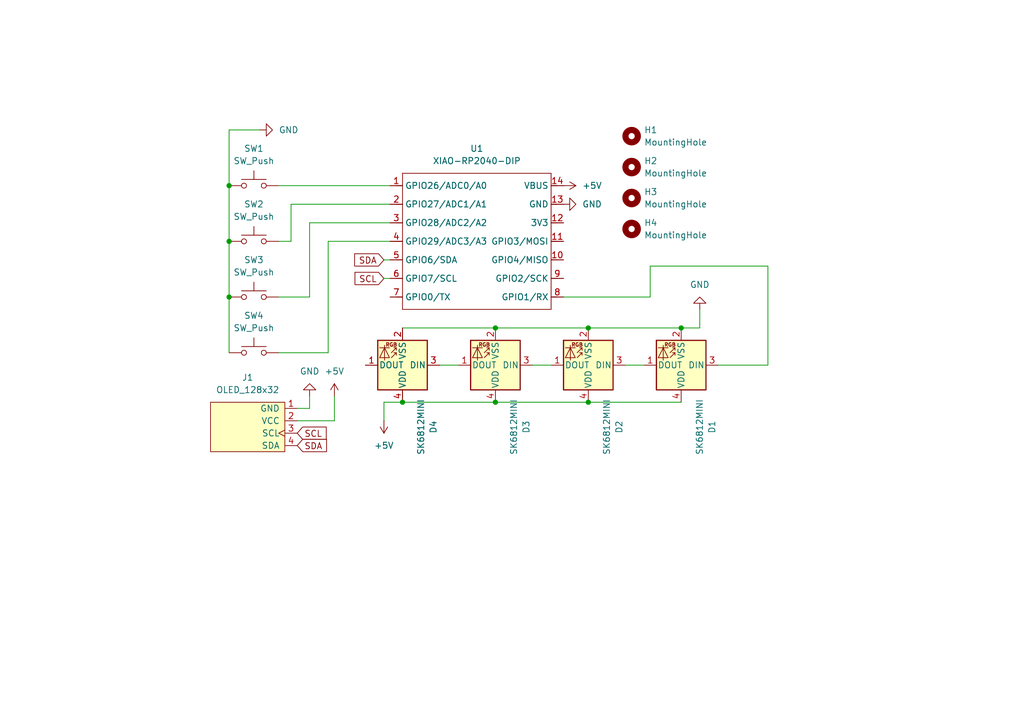
<source format=kicad_sch>
(kicad_sch (version 20231120) (generator "eeschema") (generator_version "8.0")
  (paper "A5")
  (title_block (title "GitPad") (rev "DEVELOPMENT SAMPLE"))
  (lib_symbols
    (symbol "LED:SK6812MINI" (pin_names (offset 0.254))
      (property "Reference" "D" (at 5.08 5.715 0))
      (property "Value" "SK6812MINI" (at 1.27 -5.715 0))
      (symbol "SK6812MINI_0_0"
        (text "RGB" (at 2.286 -4.191 0) (effects (font (size 0.762 0.762))))
      )
      (symbol "SK6812MINI_0_1"
        (polyline (pts (xy 1.27 -3.556) (xy 1.778 -3.556)))
        (polyline (pts (xy 1.27 -2.54) (xy 1.778 -2.54)))
        (polyline (pts (xy 4.699 -3.556) (xy 2.667 -3.556)))
        (polyline (pts (xy 2.286 -2.54) (xy 1.27 -3.556) (xy 1.27 -3.048)))
        (polyline (pts (xy 2.286 -1.524) (xy 1.27 -2.54) (xy 1.27 -2.032)))
        (polyline (pts (xy 3.683 -1.016) (xy 3.683 -3.556) (xy 3.683 -4.064)))
        (polyline (pts (xy 4.699 -1.524) (xy 2.667 -1.524) (xy 3.683 -3.556) (xy 4.699 -1.524)))
        (rectangle (start 5.08 5.08) (end -5.08 -5.08) (stroke (width 0.254)) (fill (type background)))
      )
      (symbol "SK6812MINI_1_1"
        (pin output line (at 7.62 0 180) (length 2.54) (name "DOUT") (number "1"))
        (pin power_in line (at 0 -7.62 90) (length 2.54) (name "VSS") (number "2"))
        (pin input line (at -7.62 0 0) (length 2.54) (name "DIN") (number "3"))
        (pin power_in line (at 0 7.62 270) (length 2.54) (name "VDD") (number "4"))
      )
    )
    (symbol "Mechanical:MountingHole" (pin_names (offset 1.016)) (exclude_from_sim yes) (in_bom no)
      (property "Reference" "H" (at 0 5.08 0))
      (property "Value" "MountingHole" (at 0 3.175 0))
      (symbol "MountingHole_0_1"
        (circle (center 0 0) (radius 1.27) (stroke (width 1.27)))
      )
    )
    (symbol "OPL:XIAO-RP2040-DIP"
      (property "Reference" "U" (at 0 0 0))
      (property "Value" "XIAO-RP2040-DIP" (at 5.334 -1.778 0))
      (symbol "XIAO-RP2040-DIP_1_0"
        (polyline (pts (xy -1.27 -30.48) (xy -1.27 -16.51)) (stroke (width 0.1524)))
        (polyline (pts (xy -1.27 -27.94) (xy -2.54 -27.94)) (stroke (width 0.1524)))
        (polyline (pts (xy -1.27 -24.13) (xy -2.54 -24.13)) (stroke (width 0.1524)))
        (polyline (pts (xy -1.27 -20.32) (xy -2.54 -20.32)) (stroke (width 0.1524)))
        (polyline (pts (xy -1.27 -16.51) (xy -2.54 -16.51)) (stroke (width 0.1524)))
        (polyline (pts (xy -1.27 -16.51) (xy -1.27 -12.7)) (stroke (width 0.1524)))
        (polyline (pts (xy -1.27 -12.7) (xy -2.54 -12.7)) (stroke (width 0.1524)))
        (polyline (pts (xy -1.27 -12.7) (xy -1.27 -8.89)) (stroke (width 0.1524)))
        (polyline (pts (xy -1.27 -8.89) (xy -2.54 -8.89)) (stroke (width 0.1524)))
        (polyline (pts (xy -1.27 -8.89) (xy -1.27 -5.08)) (stroke (width 0.1524)))
        (polyline (pts (xy -1.27 -5.08) (xy -2.54 -5.08)) (stroke (width 0.1524)))
        (polyline (pts (xy -1.27 -5.08) (xy -1.27 -2.54)) (stroke (width 0.1524)))
        (polyline (pts (xy -1.27 -2.54) (xy 29.21 -2.54)) (stroke (width 0.1524)))
        (polyline (pts (xy 29.21 -30.48) (xy -1.27 -30.48)) (stroke (width 0.1524)))
        (polyline (pts (xy 29.21 -12.7) (xy 29.21 -30.48)) (stroke (width 0.1524)))
        (polyline (pts (xy 29.21 -8.89) (xy 29.21 -12.7)) (stroke (width 0.1524)))
        (polyline (pts (xy 29.21 -5.08) (xy 29.21 -8.89)) (stroke (width 0.1524)))
        (polyline (pts (xy 29.21 -2.54) (xy 29.21 -5.08)) (stroke (width 0.1524)))
        (polyline (pts (xy 30.48 -27.94) (xy 29.21 -27.94)) (stroke (width 0.1524)))
        (polyline (pts (xy 30.48 -24.13) (xy 29.21 -24.13)) (stroke (width 0.1524)))
        (polyline (pts (xy 30.48 -20.32) (xy 29.21 -20.32)) (stroke (width 0.1524)))
        (polyline (pts (xy 30.48 -16.51) (xy 29.21 -16.51)) (stroke (width 0.1524)))
        (polyline (pts (xy 30.48 -12.7) (xy 29.21 -12.7)) (stroke (width 0.1524)))
        (polyline (pts (xy 30.48 -8.89) (xy 29.21 -8.89)) (stroke (width 0.1524)))
        (polyline (pts (xy 30.48 -5.08) (xy 29.21 -5.08)) (stroke (width 0.1524)))
        (pin passive line (at -3.81 -5.08 0) (length 2.54) (name "GPIO26/ADC0/A0") (number "1"))
        (pin passive line (at 31.75 -20.32 180) (length 2.54) (name "GPIO4/MISO") (number "10"))
        (pin passive line (at 31.75 -16.51 180) (length 2.54) (name "GPIO3/MOSI") (number "11"))
        (pin passive line (at 31.75 -12.7 180) (length 2.54) (name "3V3") (number "12"))
        (pin passive line (at 31.75 -8.89 180) (length 2.54) (name "GND") (number "13"))
        (pin passive line (at 31.75 -5.08 180) (length 2.54) (name "VBUS") (number "14"))
        (pin passive line (at -3.81 -8.89 0) (length 2.54) (name "GPIO27/ADC1/A1") (number "2"))
        (pin passive line (at -3.81 -12.7 0) (length 2.54) (name "GPIO28/ADC2/A2") (number "3"))
        (pin passive line (at -3.81 -16.51 0) (length 2.54) (name "GPIO29/ADC3/A3") (number "4"))
        (pin passive line (at -3.81 -20.32 0) (length 2.54) (name "GPIO6/SDA") (number "5"))
        (pin passive line (at -3.81 -24.13 0) (length 2.54) (name "GPIO7/SCL") (number "6"))
        (pin passive line (at -3.81 -27.94 0) (length 2.54) (name "GPIO0/TX") (number "7"))
        (pin passive line (at 31.75 -27.94 180) (length 2.54) (name "GPIO1/RX") (number "8"))
        (pin passive line (at 31.75 -24.13 180) (length 2.54) (name "GPIO2/SCK") (number "9"))
      )
    )
    (symbol "Scotto Kicad:OLED_128x32" (pin_names (offset 1.016))
      (property "Reference" "J" (at 0 -6.35 0))
      (property "Value" "OLED_128x32" (at 0 6.35 0))
      (symbol "OLED_128x32_0_1"
        (rectangle (start 0 5.08) (end 15.24 -5.08) (fill (type background)))
      )
      (symbol "OLED_128x32_1_1"
        (pin power_in line (at -2.54 -3.81 0) (length 2.54) (name "GND") (number "1"))
        (pin power_in line (at -2.54 -1.27 0) (length 2.54) (name "VCC") (number "2"))
        (pin input clock (at -2.54 1.27 0) (length 2.54) (name "SCL") (number "3"))
        (pin bidirectional line (at -2.54 3.81 0) (length 2.54) (name "SDA") (number "4"))
      )
    )
    (symbol "Switch:SW_Push" (pin_numbers hide) (pin_names (offset 1.016) hide)
      (property "Reference" "SW" (at 1.27 2.54 0))
      (property "Value" "SW_Push" (at 0 -1.524 0))
      (symbol "SW_Push_0_1"
        (circle (center -2.032 0) (radius 0.508))
        (polyline (pts (xy 0 1.27) (xy 0 3.048)))
        (polyline (pts (xy 2.54 1.27) (xy -2.54 1.27)))
        (circle (center 2.032 0) (radius 0.508))
        (pin passive line (at -5.08 0 0) (length 2.54) (name "1") (number "1"))
        (pin passive line (at 5.08 0 180) (length 2.54) (name "2") (number "2"))
      )
    )
    (symbol "power:+5V" (power) (pin_numbers hide) (pin_names (offset 0) hide)
      (property "Value" "+5V" (at 0 3.556 0))
      (symbol "+5V_0_1"
        (polyline (pts (xy -0.762 1.27) (xy 0 2.54)))
        (polyline (pts (xy 0 0) (xy 0 2.54)))
        (polyline (pts (xy 0 2.54) (xy 0.762 1.27)))
      )
      (symbol "+5V_1_1"
        (pin power_in line (at 0 0 90) (length 0) (name "~") (number "1"))
      )
    )
    (symbol "power:GND" (power) (pin_numbers hide) (pin_names (offset 0) hide)
      (property "Value" "GND" (at 0 -3.81 0))
      (symbol "GND_0_1"
        (polyline (pts (xy 0 0) (xy 0 -1.27) (xy 1.27 -1.27) (xy 0 -2.54) (xy -1.27 -1.27) (xy 0 -1.27)))
      )
      (symbol "GND_1_1"
        (pin power_in line (at 0 0 270) (length 0) (name "~") (number "1"))
      )
    )
  )
  (junction (at 139.7 67.31))
  (junction (at 82.55 82.55))
  (junction (at 101.6 67.31))
  (junction (at 46.99 38.1))
  (junction (at 120.65 82.55))
  (junction (at 120.65 67.31))
  (junction (at 46.99 60.96))
  (junction (at 101.6 82.55))
  (junction (at 46.99 49.53))
  (wire (pts (xy 157.48 74.93) (xy 157.48 54.61)))
  (wire (pts (xy 57.15 72.39) (xy 67.31 72.39)))
  (wire (pts (xy 82.55 82.55) (xy 101.6 82.55)))
  (wire (pts (xy 120.65 82.55) (xy 139.7 82.55)))
  (wire (pts (xy 46.99 26.67) (xy 53.34 26.67)))
  (wire (pts (xy 143.51 63.5) (xy 143.51 67.31)))
  (wire (pts (xy 63.5 81.28) (xy 63.5 83.82)))
  (wire (pts (xy 90.17 74.93) (xy 93.98 74.93)))
  (wire (pts (xy 46.99 72.39) (xy 46.99 60.96)))
  (wire (pts (xy 59.69 49.53) (xy 57.15 49.53)))
  (wire (pts (xy 63.5 45.72) (xy 63.5 60.96)))
  (wire (pts (xy 68.58 81.28) (xy 68.58 86.36)))
  (wire (pts (xy 46.99 60.96) (xy 46.99 49.53)))
  (wire (pts (xy 60.96 83.82) (xy 63.5 83.82)))
  (wire (pts (xy 46.99 49.53) (xy 46.99 38.1)))
  (wire (pts (xy 46.99 38.1) (xy 46.99 26.67)))
  (wire (pts (xy 82.55 67.31) (xy 101.6 67.31)))
  (wire (pts (xy 80.01 57.15) (xy 78.74 57.15)))
  (wire (pts (xy 139.7 67.31) (xy 143.51 67.31)))
  (wire (pts (xy 59.69 41.91) (xy 80.01 41.91)))
  (wire (pts (xy 101.6 67.31) (xy 120.65 67.31)))
  (wire (pts (xy 157.48 54.61) (xy 133.35 54.61)))
  (wire (pts (xy 120.65 67.31) (xy 139.7 67.31)))
  (wire (pts (xy 60.96 86.36) (xy 68.58 86.36)))
  (wire (pts (xy 63.5 45.72) (xy 80.01 45.72)))
  (wire (pts (xy 67.31 49.53) (xy 67.31 72.39)))
  (wire (pts (xy 109.22 74.93) (xy 113.03 74.93)))
  (wire (pts (xy 133.35 54.61) (xy 133.35 60.96)))
  (wire (pts (xy 59.69 41.91) (xy 59.69 49.53)))
  (wire (pts (xy 128.27 74.93) (xy 132.08 74.93)))
  (wire (pts (xy 80.01 49.53) (xy 67.31 49.53)))
  (wire (pts (xy 57.15 38.1) (xy 80.01 38.1)))
  (wire (pts (xy 101.6 82.55) (xy 120.65 82.55)))
  (wire (pts (xy 133.35 60.96) (xy 115.57 60.96)))
  (wire (pts (xy 80.01 53.34) (xy 78.74 53.34)))
  (wire (pts (xy 82.55 82.55) (xy 78.74 82.55)))
  (wire (pts (xy 78.74 82.55) (xy 78.74 86.36)))
  (wire (pts (xy 57.15 60.96) (xy 63.5 60.96)))
  (wire (pts (xy 157.48 74.93) (xy 147.32 74.93)))
  (global_label "SCL" (shape input) (at 78.74 57.15 180) (property "Intersheetrefs" "${INTERSHEET_REFS}" (effects (hide yes))))
  (global_label "SDA" (shape input) (at 60.96 91.44 0) (property "Intersheetrefs" "${INTERSHEET_REFS}" (effects (hide yes))))
  (global_label "SCL" (shape input) (at 60.96 88.9 0) (property "Intersheetrefs" "${INTERSHEET_REFS}" (effects (hide yes))))
  (global_label "SDA" (shape input) (at 78.74 53.34 180) (property "Intersheetrefs" "${INTERSHEET_REFS}" (effects (hide yes))))
  (symbol (lib_id "OPL:XIAO-RP2040-DIP") (at 83.82 33.02 0) (unit 1)
    (property "Reference" "U1" (at 97.79 30.48 0))
    (property "Value" "XIAO-RP2040-DIP" (at 97.79 33.02 0))
    (property "Footprint" "OPL:XIAO-RP2040-DIP" (effects (hide yes)))
  )
  (symbol (lib_id "Switch:SW_Push") (at 52.07 38.1 0) (unit 1)
    (property "Reference" "SW1" (at 52.07 30.48 0))
    (property "Value" "SW_Push" (at 52.07 33.02 0))
    (property "Footprint" "Button_Switch_Keyboard:SW_Cherry_MX_1.00u_PCB" (effects (hide yes)))
    (property "Description" "Push button switch, generic, two pins" (effects (hide yes)))
  )
  (symbol (lib_id "power:+5V") (at 115.57 38.1 270) (unit 1)
    (property "Reference" "#PWR05" (effects (hide yes)))
    (property "Value" "+5V" (at 119.38 38.0999 90) (effects (justify left)))
    (property "Description" "Power symbol creates a global label with name \"+5V\"" (effects (hide yes)))
  )
  (symbol (lib_id "LED:SK6812MINI") (at 139.7 74.93 180) (unit 1)
    (property "Reference" "D1" (at 146.0186 87.63 90))
    (property "Value" "SK6812MINI" (at 143.4786 87.63 90))
    (property "Footprint" "LED_SMD:LED_SK6812MINI_PLCC4_3.5x3.5mm_P1.75mm" (effects (hide yes)))
    (property "Datasheet" "https://cdn-shop.adafruit.com/product-files/2686/SK6812MINI_REV.01-1-2.pdf" (effects (hide yes)))
    (property "Description" "RGB LED with integrated controller" (effects (hide yes)))
  )
  (symbol (lib_id "Switch:SW_Push") (at 52.07 72.39 0) (unit 1)
    (property "Reference" "SW4" (at 52.07 64.77 0))
    (property "Value" "SW_Push" (at 52.07 67.31 0))
    (property "Footprint" "Button_Switch_Keyboard:SW_Cherry_MX_1.00u_PCB" (effects (hide yes)))
    (property "Description" "Push button switch, generic, two pins" (effects (hide yes)))
  )
  (symbol (lib_id "Mechanical:MountingHole") (at 129.54 27.94 0) (unit 1) (exclude_from_sim yes) (in_bom no)
    (property "Reference" "H1" (at 132.08 26.6699 0) (effects (justify left)))
    (property "Value" "MountingHole" (at 132.08 29.2099 0) (effects (justify left)))
    (property "Footprint" "MountingHole:MountingHole_3.2mm_M3" (effects (hide yes)))
    (property "Description" "Mounting Hole without connection" (effects (hide yes)))
  )
  (symbol (lib_id "Switch:SW_Push") (at 52.07 60.96 0) (unit 1)
    (property "Reference" "SW3" (at 52.07 53.34 0))
    (property "Value" "SW_Push" (at 52.07 55.88 0))
    (property "Footprint" "Button_Switch_Keyboard:SW_Cherry_MX_1.00u_PCB" (effects (hide yes)))
    (property "Description" "Push button switch, generic, two pins" (effects (hide yes)))
  )
  (symbol (lib_id "power:GND") (at 53.34 26.67 90) (unit 1)
    (property "Reference" "#PWR02" (effects (hide yes)))
    (property "Value" "GND" (at 57.15 26.6699 90) (effects (justify right)))
    (property "Description" "Power symbol creates a global label with name \"GND\" , ground" (effects (hide yes)))
  )
  (symbol (lib_id "Scotto Kicad:OLED_128x32") (at 58.42 87.63 180) (unit 1)
    (property "Reference" "J1" (at 50.8 77.47 0))
    (property "Value" "OLED_128x32" (at 50.8 80.01 0))
    (property "Footprint" "ScottoKeebs_Components:OLED_128x32" (effects (hide yes)))
  )
  (symbol (lib_id "LED:SK6812MINI") (at 101.6 74.93 180) (unit 1)
    (property "Reference" "D3" (at 107.9186 87.63 90))
    (property "Value" "SK6812MINI" (at 105.3786 87.63 90))
    (property "Footprint" "LED_SMD:LED_SK6812MINI_PLCC4_3.5x3.5mm_P1.75mm" (effects (hide yes)))
    (property "Datasheet" "https://cdn-shop.adafruit.com/product-files/2686/SK6812MINI_REV.01-1-2.pdf" (effects (hide yes)))
    (property "Description" "RGB LED with integrated controller" (effects (hide yes)))
  )
  (symbol (lib_id "power:GND") (at 115.57 41.91 90) (unit 1)
    (property "Reference" "#PWR01" (effects (hide yes)))
    (property "Value" "GND" (at 119.38 41.9099 90) (effects (justify right)))
    (property "Description" "Power symbol creates a global label with name \"GND\" , ground" (effects (hide yes)))
  )
  (symbol (lib_id "Switch:SW_Push") (at 52.07 49.53 0) (unit 1)
    (property "Reference" "SW2" (at 52.07 41.91 0))
    (property "Value" "SW_Push" (at 52.07 44.45 0))
    (property "Footprint" "Button_Switch_Keyboard:SW_Cherry_MX_1.00u_PCB" (effects (hide yes)))
    (property "Description" "Push button switch, generic, two pins" (effects (hide yes)))
  )
  (symbol (lib_id "Mechanical:MountingHole") (at 129.54 40.64 0) (unit 1) (exclude_from_sim yes) (in_bom no)
    (property "Reference" "H3" (at 132.08 39.3699 0) (effects (justify left)))
    (property "Value" "MountingHole" (at 132.08 41.9099 0) (effects (justify left)))
    (property "Footprint" "MountingHole:MountingHole_3.2mm_M3" (effects (hide yes)))
    (property "Description" "Mounting Hole without connection" (effects (hide yes)))
  )
  (symbol (lib_id "power:GND") (at 63.5 81.28 180) (unit 1)
    (property "Reference" "#PWR06" (effects (hide yes)))
    (property "Value" "GND" (at 63.5 76.2 0))
    (property "Description" "Power symbol creates a global label with name \"GND\" , ground" (effects (hide yes)))
  )
  (symbol (lib_id "power:+5V") (at 68.58 81.28 0) (unit 1)
    (property "Reference" "#PWR07" (effects (hide yes)))
    (property "Value" "+5V" (at 68.58 76.2 0))
    (property "Description" "Power symbol creates a global label with name \"+5V\"" (effects (hide yes)))
  )
  (symbol (lib_id "power:+5V") (at 78.74 86.36 180) (unit 1)
    (property "Reference" "#PWR04" (effects (hide yes)))
    (property "Value" "+5V" (at 78.74 91.44 0))
    (property "Description" "Power symbol creates a global label with name \"+5V\"" (effects (hide yes)))
  )
  (symbol (lib_id "power:GND") (at 143.51 63.5 180) (unit 1)
    (property "Reference" "#PWR03" (effects (hide yes)))
    (property "Value" "GND" (at 143.51 58.42 0))
    (property "Description" "Power symbol creates a global label with name \"GND\" , ground" (effects (hide yes)))
  )
  (symbol (lib_id "Mechanical:MountingHole") (at 129.54 46.99 0) (unit 1) (exclude_from_sim yes) (in_bom no)
    (property "Reference" "H4" (at 132.08 45.7199 0) (effects (justify left)))
    (property "Value" "MountingHole" (at 132.08 48.2599 0) (effects (justify left)))
    (property "Footprint" "MountingHole:MountingHole_3.2mm_M3" (effects (hide yes)))
    (property "Description" "Mounting Hole without connection" (effects (hide yes)))
  )
  (symbol (lib_id "LED:SK6812MINI") (at 82.55 74.93 180) (unit 1)
    (property "Reference" "D4" (at 88.8686 87.63 90))
    (property "Value" "SK6812MINI" (at 86.3286 87.63 90))
    (property "Footprint" "LED_SMD:LED_SK6812MINI_PLCC4_3.5x3.5mm_P1.75mm" (effects (hide yes)))
    (property "Datasheet" "https://cdn-shop.adafruit.com/product-files/2686/SK6812MINI_REV.01-1-2.pdf" (effects (hide yes)))
    (property "Description" "RGB LED with integrated controller" (effects (hide yes)))
  )
  (symbol (lib_id "LED:SK6812MINI") (at 120.65 74.93 180) (unit 1)
    (property "Reference" "D2" (at 126.9686 87.63 90))
    (property "Value" "SK6812MINI" (at 124.4286 87.63 90))
    (property "Footprint" "LED_SMD:LED_SK6812MINI_PLCC4_3.5x3.5mm_P1.75mm" (effects (hide yes)))
    (property "Datasheet" "https://cdn-shop.adafruit.com/product-files/2686/SK6812MINI_REV.01-1-2.pdf" (effects (hide yes)))
    (property "Description" "RGB LED with integrated controller" (effects (hide yes)))
  )
  (symbol (lib_id "Mechanical:MountingHole") (at 129.54 34.29 0) (unit 1) (exclude_from_sim yes) (in_bom no)
    (property "Reference" "H2" (at 132.08 33.0199 0) (effects (justify left)))
    (property "Value" "MountingHole" (at 132.08 35.5599 0) (effects (justify left)))
    (property "Footprint" "MountingHole:MountingHole_3.2mm_M3" (effects (hide yes)))
    (property "Description" "Mounting Hole without connection" (effects (hide yes)))
  )
)
</source>
